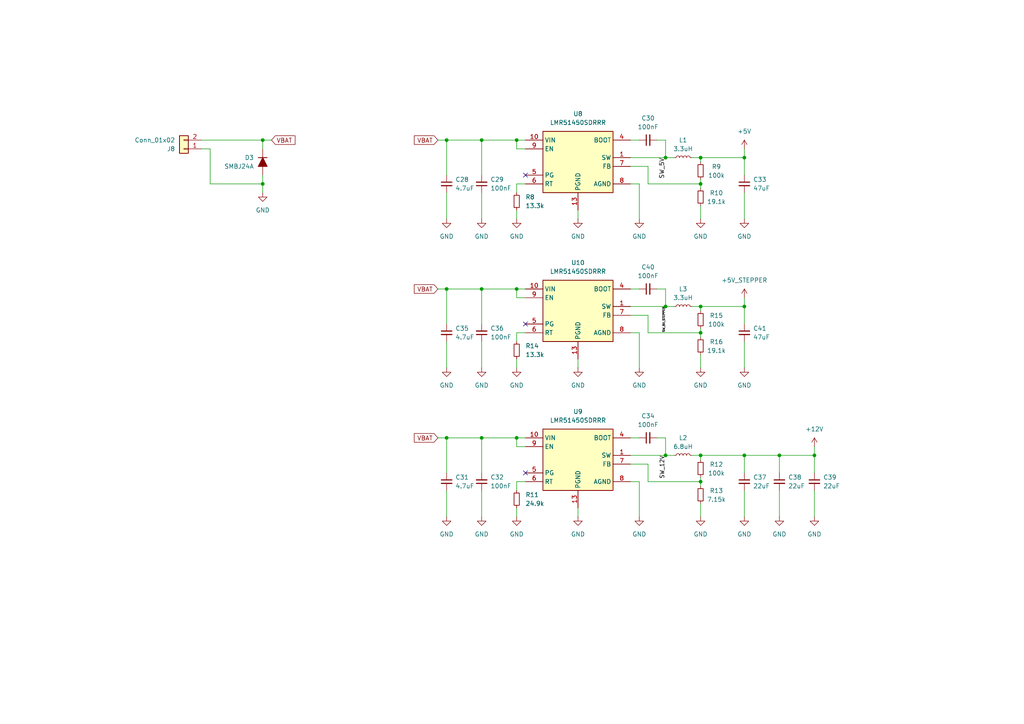
<source format=kicad_sch>
(kicad_sch (version 20250114) (generator "eeschema") (generator_version "9.0")
  (paper "A4")
  (lib_symbols
    (symbol "Connector_Generic:Conn_01x02" (pin_names (offset 1.016) (hide yes))
      (property "Reference" "J" (at 0 2.54 0))
      (property "Value" "Conn_01x02" (at 0 -5.08 0))
      (symbol "Conn_01x02_1_1"
        (rectangle (start -1.27 1.27) (end 1.27 -3.81) (stroke (width 0.254)) (fill (type background)))
        (rectangle (start -1.27 0.127) (end 0 -0.127) (stroke (width 0.1524)))
        (rectangle (start -1.27 -2.413) (end 0 -2.667) (stroke (width 0.1524)))
        (pin passive line (at -5.08 0 0) (length 3.81) (name "Pin_1") (number "1"))
        (pin passive line (at -5.08 -2.54 0) (length 3.81) (name "Pin_2") (number "2"))
      )
    )
    (symbol "Device:C_Small" (pin_numbers (hide yes)) (pin_names (offset 0.254) (hide yes))
      (property "Reference" "C" (at 0.254 1.778 0))
      (property "Value" "C_Small" (at 0.254 -2.032 0))
      (symbol "C_Small_0_1"
        (polyline (pts (xy -1.524 0.508) (xy 1.524 0.508)) (stroke (width 0.3048)))
        (polyline (pts (xy -1.524 -0.508) (xy 1.524 -0.508)) (stroke (width 0.3302)))
      )
      (symbol "C_Small_1_1"
        (pin passive line (at 0 2.54 270) (length 2.032) (name "~") (number "1"))
        (pin passive line (at 0 -2.54 90) (length 2.032) (name "~") (number "2"))
      )
    )
    (symbol "Device:D_Filled" (pin_numbers (hide yes)) (pin_names (offset 1.016) (hide yes))
      (property "Reference" "D" (at 0 2.54 0))
      (property "Value" "D_Filled" (at 0 -2.54 0))
      (symbol "D_Filled_0_1"
        (polyline (pts (xy -1.27 1.27) (xy -1.27 -1.27)) (stroke (width 0.254)))
        (polyline (pts (xy 1.27 1.27) (xy 1.27 -1.27) (xy -1.27 0) (xy 1.27 1.27)) (stroke (width 0.254)) (fill (type outline)))
        (polyline (pts (xy 1.27 0) (xy -1.27 0)))
      )
      (symbol "D_Filled_1_1"
        (pin passive line (at -3.81 0 0) (length 2.54) (name "K") (number "1"))
        (pin passive line (at 3.81 0 180) (length 2.54) (name "A") (number "2"))
      )
    )
    (symbol "Device:L_Small" (pin_numbers (hide yes)) (pin_names (offset 0.254) (hide yes))
      (property "Reference" "L" (at 0.762 1.016 0))
      (property "Value" "L_Small" (at 0.762 -1.016 0))
      (symbol "L_Small_0_1"
        (arc (start 0 2.032) (mid 0.5058 1.524) (end 0 1.016))
        (arc (start 0 1.016) (mid 0.5058 0.508) (end 0 0))
        (arc (start 0 0) (mid 0.5058 -0.508) (end 0 -1.016))
        (arc (start 0 -1.016) (mid 0.5058 -1.524) (end 0 -2.032))
      )
      (symbol "L_Small_1_1"
        (pin passive line (at 0 2.54 270) (length 0.508) (name "~") (number "1"))
        (pin passive line (at 0 -2.54 90) (length 0.508) (name "~") (number "2"))
      )
    )
    (symbol "Device:R_Small" (pin_numbers (hide yes)) (pin_names (offset 0.254) (hide yes))
      (property "Reference" "R" (at 0.762 0.508 0))
      (property "Value" "R_Small" (at 0.762 -1.016 0))
      (symbol "R_Small_0_1"
        (rectangle (start -0.762 1.778) (end 0.762 -1.778) (stroke (width 0.2032)))
      )
      (symbol "R_Small_1_1"
        (pin passive line (at 0 2.54 270) (length 0.762) (name "~") (number "1"))
        (pin passive line (at 0 -2.54 90) (length 0.762) (name "~") (number "2"))
      )
    )
    (symbol "LMR51450SDRRR:LMR51450SDRRR"
      (property "Reference" "U" (at 26.67 7.62 0))
      (property "Value" "LMR51450SDRRR" (at 26.67 5.08 0))
      (symbol "LMR51450SDRRR_1_1"
        (rectangle (start 5.08 2.54) (end 25.4 -15.24) (stroke (width 0.254)) (fill (type background)))
        (pin passive line (at 0 0 0) (length 5.08) (name "VIN") (number "10"))
        (pin passive line (at 0 0 0) (length 5.08) (hide yes) (name "VIN_2") (number "11"))
        (pin passive line (at 0 0 0) (length 5.08) (hide yes) (name "VIN_3") (number "12"))
        (pin passive line (at 0 -2.54 0) (length 5.08) (name "EN") (number "9"))
        (pin passive line (at 0 -10.16 0) (length 5.08) (name "PG") (number "5"))
        (pin passive line (at 0 -12.7 0) (length 5.08) (name "RT") (number "6"))
        (pin passive line (at 15.24 -20.32 90) (length 5.08) (name "PGND") (number "13"))
        (pin passive line (at 30.48 0 180) (length 5.08) (name "BOOT") (number "4"))
        (pin passive line (at 30.48 -5.08 180) (length 5.08) (name "SW") (number "1"))
        (pin passive line (at 30.48 -5.08 180) (length 5.08) (hide yes) (name "SW_2") (number "2"))
        (pin passive line (at 30.48 -5.08 180) (length 5.08) (hide yes) (name "SW_3") (number "3"))
        (pin passive line (at 30.48 -7.62 180) (length 5.08) (name "FB") (number "7"))
        (pin passive line (at 30.48 -12.7 180) (length 5.08) (name "AGND") (number "8"))
      )
    )
    (symbol "power:+12V" (power) (pin_numbers (hide yes)) (pin_names (offset 0) (hide yes))
      (property "Value" "+12V" (at 0 3.556 0))
      (symbol "+12V_0_1"
        (polyline (pts (xy -0.762 1.27) (xy 0 2.54)))
        (polyline (pts (xy 0 2.54) (xy 0.762 1.27)))
        (polyline (pts (xy 0 0) (xy 0 2.54)))
      )
      (symbol "+12V_1_1"
        (pin power_in line (at 0 0 90) (length 0) (name "~") (number "1"))
      )
    )
    (symbol "power:+5V" (power) (pin_numbers (hide yes)) (pin_names (offset 0) (hide yes))
      (property "Value" "+5V" (at 0 3.556 0))
      (symbol "+5V_0_1"
        (polyline (pts (xy -0.762 1.27) (xy 0 2.54)))
        (polyline (pts (xy 0 2.54) (xy 0.762 1.27)))
        (polyline (pts (xy 0 0) (xy 0 2.54)))
      )
      (symbol "+5V_1_1"
        (pin power_in line (at 0 0 90) (length 0) (name "~") (number "1"))
      )
    )
    (symbol "power:GND" (power) (pin_numbers (hide yes)) (pin_names (offset 0) (hide yes))
      (property "Value" "GND" (at 0 -3.81 0))
      (symbol "GND_0_1"
        (polyline (pts (xy 0 0) (xy 0 -1.27) (xy 1.27 -1.27) (xy 0 -2.54) (xy -1.27 -1.27) (xy 0 -1.27)))
      )
      (symbol "GND_1_1"
        (pin power_in line (at 0 0 270) (length 0) (name "~") (number "1"))
      )
    )
  )
  (junction (at 203.2 132.08))
  (junction (at 193.04 88.9))
  (junction (at 215.9 132.08))
  (junction (at 129.54 40.64))
  (junction (at 139.7 83.82))
  (junction (at 193.04 132.08))
  (junction (at 215.9 45.72))
  (junction (at 215.9 88.9))
  (junction (at 236.22 132.08))
  (junction (at 203.2 139.7))
  (junction (at 129.54 83.82))
  (junction (at 226.06 132.08))
  (junction (at 149.86 40.64))
  (junction (at 129.54 127))
  (junction (at 149.86 83.82))
  (junction (at 76.2 53.34))
  (junction (at 203.2 88.9))
  (junction (at 203.2 45.72))
  (junction (at 193.04 45.72))
  (junction (at 139.7 40.64))
  (junction (at 203.2 53.34))
  (junction (at 139.7 127))
  (junction (at 203.2 96.52))
  (junction (at 76.2 40.64))
  (junction (at 149.86 127))
  (no_connect (at 152.4 50.8))
  (no_connect (at 152.4 137.16))
  (no_connect (at 152.4 93.98))
  (wire (pts (xy 149.86 129.54) (xy 152.4 129.54)))
  (wire (pts (xy 139.7 40.64) (xy 139.7 50.8)))
  (wire (pts (xy 236.22 132.08) (xy 226.06 132.08)))
  (wire (pts (xy 149.86 147.32) (xy 149.86 149.86)))
  (wire (pts (xy 167.64 60.96) (xy 167.64 63.5)))
  (wire (pts (xy 182.88 88.9) (xy 193.04 88.9)))
  (wire (pts (xy 76.2 55.88) (xy 76.2 53.34)))
  (wire (pts (xy 193.04 40.64) (xy 190.5 40.64)))
  (wire (pts (xy 149.86 99.06) (xy 149.86 96.52)))
  (wire (pts (xy 203.2 59.69) (xy 203.2 63.5)))
  (wire (pts (xy 76.2 53.34) (xy 60.96 53.34)))
  (wire (pts (xy 182.88 134.62) (xy 187.96 134.62)))
  (wire (pts (xy 182.88 40.64) (xy 185.42 40.64)))
  (wire (pts (xy 76.2 40.64) (xy 58.42 40.64)))
  (wire (pts (xy 187.96 53.34) (xy 203.2 53.34)))
  (wire (pts (xy 226.06 132.08) (xy 215.9 132.08)))
  (wire (pts (xy 182.88 127) (xy 185.42 127)))
  (wire (pts (xy 215.9 43.18) (xy 215.9 45.72)))
  (wire (pts (xy 127 83.82) (xy 129.54 83.82)))
  (wire (pts (xy 139.7 83.82) (xy 149.86 83.82)))
  (wire (pts (xy 149.86 60.96) (xy 149.86 63.5)))
  (wire (pts (xy 193.04 132.08) (xy 195.58 132.08)))
  (wire (pts (xy 167.64 147.32) (xy 167.64 149.86)))
  (wire (pts (xy 187.96 96.52) (xy 203.2 96.52)))
  (wire (pts (xy 129.54 127) (xy 129.54 137.16)))
  (wire (pts (xy 215.9 132.08) (xy 215.9 137.16)))
  (wire (pts (xy 185.42 139.7) (xy 182.88 139.7)))
  (wire (pts (xy 139.7 127) (xy 139.7 137.16)))
  (wire (pts (xy 215.9 55.88) (xy 215.9 63.5)))
  (wire (pts (xy 215.9 45.72) (xy 215.9 50.8)))
  (wire (pts (xy 203.2 95.25) (xy 203.2 96.52)))
  (wire (pts (xy 215.9 142.24) (xy 215.9 149.86)))
  (wire (pts (xy 193.04 88.9) (xy 195.58 88.9)))
  (wire (pts (xy 187.96 96.52) (xy 187.96 91.44)))
  (wire (pts (xy 76.2 50.8) (xy 76.2 53.34)))
  (wire (pts (xy 187.96 139.7) (xy 203.2 139.7)))
  (wire (pts (xy 149.86 139.7) (xy 152.4 139.7)))
  (wire (pts (xy 185.42 106.68) (xy 185.42 96.52)))
  (wire (pts (xy 78.74 40.64) (xy 76.2 40.64)))
  (wire (pts (xy 203.2 132.08) (xy 215.9 132.08)))
  (wire (pts (xy 129.54 83.82) (xy 139.7 83.82)))
  (wire (pts (xy 129.54 40.64) (xy 129.54 50.8)))
  (wire (pts (xy 60.96 43.18) (xy 58.42 43.18)))
  (wire (pts (xy 185.42 149.86) (xy 185.42 139.7)))
  (wire (pts (xy 152.4 40.64) (xy 149.86 40.64)))
  (wire (pts (xy 236.22 132.08) (xy 236.22 137.16)))
  (wire (pts (xy 193.04 132.08) (xy 193.04 127)))
  (wire (pts (xy 236.22 132.08) (xy 236.22 129.54)))
  (wire (pts (xy 185.42 63.5) (xy 185.42 53.34)))
  (wire (pts (xy 129.54 127) (xy 139.7 127)))
  (wire (pts (xy 149.86 104.14) (xy 149.86 106.68)))
  (wire (pts (xy 127 127) (xy 129.54 127)))
  (wire (pts (xy 127 40.64) (xy 129.54 40.64)))
  (wire (pts (xy 203.2 45.72) (xy 200.66 45.72)))
  (wire (pts (xy 185.42 53.34) (xy 182.88 53.34)))
  (wire (pts (xy 203.2 132.08) (xy 200.66 132.08)))
  (wire (pts (xy 193.04 45.72) (xy 193.04 40.64)))
  (wire (pts (xy 203.2 52.07) (xy 203.2 53.34)))
  (wire (pts (xy 203.2 146.05) (xy 203.2 149.86)))
  (wire (pts (xy 149.86 96.52) (xy 152.4 96.52)))
  (wire (pts (xy 193.04 45.72) (xy 195.58 45.72)))
  (wire (pts (xy 193.04 83.82) (xy 190.5 83.82)))
  (wire (pts (xy 193.04 88.9) (xy 193.04 83.82)))
  (wire (pts (xy 149.86 86.36) (xy 152.4 86.36)))
  (wire (pts (xy 167.64 104.14) (xy 167.64 106.68)))
  (wire (pts (xy 236.22 142.24) (xy 236.22 149.86)))
  (wire (pts (xy 149.86 43.18) (xy 152.4 43.18)))
  (wire (pts (xy 203.2 90.17) (xy 203.2 88.9)))
  (wire (pts (xy 203.2 139.7) (xy 203.2 140.97)))
  (wire (pts (xy 139.7 127) (xy 149.86 127)))
  (wire (pts (xy 149.86 53.34) (xy 152.4 53.34)))
  (wire (pts (xy 226.06 132.08) (xy 226.06 137.16)))
  (wire (pts (xy 215.9 99.06) (xy 215.9 106.68)))
  (wire (pts (xy 203.2 45.72) (xy 215.9 45.72)))
  (wire (pts (xy 129.54 83.82) (xy 129.54 93.98)))
  (wire (pts (xy 129.54 142.24) (xy 129.54 149.86)))
  (wire (pts (xy 76.2 40.64) (xy 76.2 43.18)))
  (wire (pts (xy 203.2 133.35) (xy 203.2 132.08)))
  (wire (pts (xy 203.2 138.43) (xy 203.2 139.7)))
  (wire (pts (xy 139.7 55.88) (xy 139.7 63.5)))
  (wire (pts (xy 139.7 99.06) (xy 139.7 106.68)))
  (wire (pts (xy 149.86 83.82) (xy 149.86 86.36)))
  (wire (pts (xy 215.9 86.36) (xy 215.9 88.9)))
  (wire (pts (xy 129.54 55.88) (xy 129.54 63.5)))
  (wire (pts (xy 203.2 96.52) (xy 203.2 97.79)))
  (wire (pts (xy 182.88 91.44) (xy 187.96 91.44)))
  (wire (pts (xy 60.96 53.34) (xy 60.96 43.18)))
  (wire (pts (xy 187.96 53.34) (xy 187.96 48.26)))
  (wire (pts (xy 215.9 88.9) (xy 215.9 93.98)))
  (wire (pts (xy 226.06 142.24) (xy 226.06 149.86)))
  (wire (pts (xy 139.7 83.82) (xy 139.7 93.98)))
  (wire (pts (xy 149.86 55.88) (xy 149.86 53.34)))
  (wire (pts (xy 185.42 96.52) (xy 182.88 96.52)))
  (wire (pts (xy 149.86 142.24) (xy 149.86 139.7)))
  (wire (pts (xy 182.88 45.72) (xy 193.04 45.72)))
  (wire (pts (xy 139.7 142.24) (xy 139.7 149.86)))
  (wire (pts (xy 149.86 127) (xy 149.86 129.54)))
  (wire (pts (xy 203.2 88.9) (xy 215.9 88.9)))
  (wire (pts (xy 187.96 139.7) (xy 187.96 134.62)))
  (wire (pts (xy 149.86 40.64) (xy 149.86 43.18)))
  (wire (pts (xy 203.2 46.99) (xy 203.2 45.72)))
  (wire (pts (xy 152.4 127) (xy 149.86 127)))
  (wire (pts (xy 182.88 48.26) (xy 187.96 48.26)))
  (wire (pts (xy 152.4 83.82) (xy 149.86 83.82)))
  (wire (pts (xy 203.2 88.9) (xy 200.66 88.9)))
  (wire (pts (xy 203.2 102.87) (xy 203.2 106.68)))
  (wire (pts (xy 182.88 83.82) (xy 185.42 83.82)))
  (wire (pts (xy 129.54 99.06) (xy 129.54 106.68)))
  (wire (pts (xy 129.54 40.64) (xy 139.7 40.64)))
  (wire (pts (xy 182.88 132.08) (xy 193.04 132.08)))
  (wire (pts (xy 193.04 127) (xy 190.5 127)))
  (wire (pts (xy 203.2 53.34) (xy 203.2 54.61)))
  (wire (pts (xy 139.7 40.64) (xy 149.86 40.64)))
  (label "SW_12V" (at 193.04 132.08 270) (effects (font (size 1.1684 1.1684))))
  (label "SW_5V_STEPPER" (at 193.04 88.9 270) (effects (font (size 0.6096 0.6096))))
  (label "SW_5V" (at 193.04 45.72 270))
  (global_label "VBAT" (shape input) (at 127 40.64 180) (property "Intersheetrefs" "${INTERSHEET_REFS}" (effects (hide yes))))
  (global_label "VBAT" (shape input) (at 127 127 180) (property "Intersheetrefs" "${INTERSHEET_REFS}" (effects (hide yes))))
  (global_label "VBAT" (shape input) (at 127 83.82 180) (property "Intersheetrefs" "${INTERSHEET_REFS}" (effects (hide yes))))
  (global_label "VBAT" (shape input) (at 78.74 40.64 0) (property "Intersheetrefs" "${INTERSHEET_REFS}" (effects (hide yes))))
  (symbol (lib_id "power:GND") (at 185.42 149.86 0) (unit 1)
    (property "Reference" "#PWR071" (effects (hide yes)))
    (property "Value" "GND" (at 185.42 154.94 0))
    (property "Description" "Power symbol creates a global label with name \"GND\" , ground" (effects (hide yes)))
  )
  (symbol (lib_id "power:GND") (at 139.7 63.5 0) (unit 1)
    (property "Reference" "#PWR060" (effects (hide yes)))
    (property "Value" "GND" (at 139.7 68.58 0))
    (property "Description" "Power symbol creates a global label with name \"GND\" , ground" (effects (hide yes)))
  )
  (symbol (lib_id "power:GND") (at 215.9 63.5 0) (unit 1)
    (property "Reference" "#PWR068" (effects (hide yes)))
    (property "Value" "GND" (at 215.9 68.58 0))
    (property "Description" "Power symbol creates a global label with name \"GND\" , ground" (effects (hide yes)))
  )
  (symbol (lib_id "power:GND") (at 215.9 106.68 0) (unit 1)
    (property "Reference" "#PWR084" (effects (hide yes)))
    (property "Value" "GND" (at 215.9 111.76 0))
    (property "Description" "Power symbol creates a global label with name \"GND\" , ground" (effects (hide yes)))
  )
  (symbol (lib_id "Device:C_Small") (at 139.7 139.7 180) (unit 1)
    (property "Reference" "C32" (at 142.24 138.4235 0) (effects (justify right)))
    (property "Value" "100nF" (at 142.24 140.9635 0) (effects (justify right)))
    (property "Footprint" "Capacitor_SMD:C_0402_1005Metric" (effects (hide yes)))
    (property "Description" "Unpolarized capacitor, small symbol" (effects (hide yes)))
    (property "LCSC" "C307331" (effects (hide yes)))
    (property "Voltage" "50V" (effects (hide yes)))
  )
  (symbol (lib_id "power:GND") (at 167.64 63.5 0) (unit 1)
    (property "Reference" "#PWR062" (effects (hide yes)))
    (property "Value" "GND" (at 167.64 68.58 0))
    (property "Description" "Power symbol creates a global label with name \"GND\" , ground" (effects (hide yes)))
  )
  (symbol (lib_id "power:GND") (at 149.86 63.5 0) (unit 1)
    (property "Reference" "#PWR061" (effects (hide yes)))
    (property "Value" "GND" (at 149.86 68.58 0))
    (property "Description" "Power symbol creates a global label with name \"GND\" , ground" (effects (hide yes)))
  )
  (symbol (lib_id "Device:C_Small") (at 187.96 40.64 90) (unit 1)
    (property "Reference" "C30" (at 187.9663 34.29 90))
    (property "Value" "100nF" (at 187.9663 36.83 90))
    (property "Footprint" "Capacitor_SMD:C_0402_1005Metric" (effects (hide yes)))
    (property "Description" "Unpolarized capacitor, small symbol" (effects (hide yes)))
    (property "LCSC" "C307331" (effects (hide yes)))
    (property "Voltage" "50V" (effects (hide yes)))
  )
  (symbol (lib_id "power:GND") (at 203.2 149.86 0) (unit 1)
    (property "Reference" "#PWR074" (effects (hide yes)))
    (property "Value" "GND" (at 203.2 154.94 0))
    (property "Description" "Power symbol creates a global label with name \"GND\" , ground" (effects (hide yes)))
  )
  (symbol (lib_id "power:GND") (at 139.7 106.68 0) (unit 1)
    (property "Reference" "#PWR073" (effects (hide yes)))
    (property "Value" "GND" (at 139.7 111.76 0))
    (property "Description" "Power symbol creates a global label with name \"GND\" , ground" (effects (hide yes)))
  )
  (symbol (lib_id "Device:R_Small") (at 149.86 101.6 0) (unit 1)
    (property "Reference" "R14" (at 152.4 100.3299 0) (effects (justify left)))
    (property "Value" "13.3k" (at 152.4 102.8699 0) (effects (justify left)))
    (property "Footprint" "Resistor_SMD:R_0402_1005Metric" (effects (hide yes)))
    (property "Description" "Resistor, small symbol" (effects (hide yes)))
    (property "LCSC" "C2974007" (effects (hide yes)))
  )
  (symbol (lib_id "power:GND") (at 236.22 149.86 0) (unit 1)
    (property "Reference" "#PWR080" (effects (hide yes)))
    (property "Value" "GND" (at 236.22 154.94 0))
    (property "Description" "Power symbol creates a global label with name \"GND\" , ground" (effects (hide yes)))
  )
  (symbol (lib_id "power:GND") (at 203.2 106.68 0) (unit 1)
    (property "Reference" "#PWR082" (effects (hide yes)))
    (property "Value" "GND" (at 203.2 111.76 0))
    (property "Description" "Power symbol creates a global label with name \"GND\" , ground" (effects (hide yes)))
  )
  (symbol (lib_id "Device:D_Filled") (at 76.2 46.99 90) (mirror x) (unit 1)
    (property "Reference" "D3" (at 73.66 45.7199 90) (effects (justify left)))
    (property "Value" "SMBJ24A" (at 73.66 48.2599 90) (effects (justify left)))
    (property "Footprint" "Diode_SMD:D_SMB" (effects (hide yes)))
    (property "Description" "Diode, filled shape" (effects (hide yes)))
    (property "Sim.Device" "D" (effects (hide yes)))
    (property "Sim.Pins" "1=K 2=A" (effects (hide yes)))
  )
  (symbol (lib_id "power:GND") (at 129.54 149.86 0) (unit 1)
    (property "Reference" "#PWR064" (effects (hide yes)))
    (property "Value" "GND" (at 129.54 154.94 0))
    (property "Description" "Power symbol creates a global label with name \"GND\" , ground" (effects (hide yes)))
  )
  (symbol (lib_id "Device:C_Small") (at 139.7 53.34 180) (unit 1)
    (property "Reference" "C29" (at 142.24 52.0635 0) (effects (justify right)))
    (property "Value" "100nF" (at 142.24 54.6035 0) (effects (justify right)))
    (property "Footprint" "Capacitor_SMD:C_0402_1005Metric" (effects (hide yes)))
    (property "Description" "Unpolarized capacitor, small symbol" (effects (hide yes)))
    (property "LCSC" "C307331" (effects (hide yes)))
    (property "Voltage" "50V" (effects (hide yes)))
  )
  (symbol (lib_id "Device:L_Small") (at 198.12 88.9 90) (unit 1)
    (property "Reference" "L3" (at 198.12 83.82 90))
    (property "Value" "3.3uH" (at 198.12 86.36 90))
    (property "Footprint" "Inductor_SMD:L_Chilisin_BMRx00060630" (effects (hide yes)))
    (property "Description" "Inductor, small symbol" (effects (hide yes)))
    (property "LCSC" "C2838324" (effects (hide yes)))
  )
  (symbol (lib_id "Device:L_Small") (at 198.12 45.72 90) (unit 1)
    (property "Reference" "L1" (at 198.12 40.64 90))
    (property "Value" "3.3uH" (at 198.12 43.18 90))
    (property "Footprint" "Inductor_SMD:L_Chilisin_BMRx00060630" (effects (hide yes)))
    (property "Description" "Inductor, small symbol" (effects (hide yes)))
    (property "LCSC" "C2838324" (effects (hide yes)))
  )
  (symbol (lib_id "power:GND") (at 203.2 63.5 0) (unit 1)
    (property "Reference" "#PWR065" (effects (hide yes)))
    (property "Value" "GND" (at 203.2 68.58 0))
    (property "Description" "Power symbol creates a global label with name \"GND\" , ground" (effects (hide yes)))
  )
  (symbol (lib_id "Device:C_Small") (at 187.96 83.82 90) (unit 1)
    (property "Reference" "C40" (at 187.9663 77.47 90))
    (property "Value" "100nF" (at 187.9663 80.01 90))
    (property "Footprint" "Capacitor_SMD:C_0402_1005Metric" (effects (hide yes)))
    (property "Description" "Unpolarized capacitor, small symbol" (effects (hide yes)))
    (property "LCSC" "C307331" (effects (hide yes)))
    (property "Voltage" "50V" (effects (hide yes)))
  )
  (symbol (lib_id "LMR51450SDRRR:LMR51450SDRRR") (at 152.4 40.64 0) (unit 1)
    (property "Reference" "U8" (at 167.64 33.02 0))
    (property "Value" "LMR51450SDRRR" (at 167.64 35.56 0))
    (property "Footprint" "footprints:LMR51450SDRRR" (effects (hide yes)))
    (property "Datasheet" "https://www.ti.com/lit/ds/symlink/lmr51450.pdf?ts=1695888951673&ref_url=https%253A%252F%252Fwww.ti.com%252Fproduct%252FLMR51450%252Fpart-details%252FLMR51450SDRRR" (effects (hide yes)))
    (property "Description" "Switching Voltage Regulators 36-V, 5-A synchronous buck converter" (effects (hide yes)))
    (property "Height" "0.8" (effects (hide yes)))
    (property "Manufacturer_Name" "Texas Instruments" (effects (hide yes)))
    (property "Manufacturer_Part_Number" "LMR51450SDRRR" (effects (hide yes)))
    (property "Mouser Part Number" "595-LMR51450SDRRR" (effects (hide yes)))
    (property "Mouser Price/Stock" "https://www.mouser.co.uk/ProductDetail/Texas-Instruments/LMR51450SDRRR?qs=rQFj71Wb1eUvKinsjoLiUA%3D%3D" (effects (hide yes)))
    (property "Arrow Part Number" "LMR51450SDRRR" (effects (hide yes)))
    (property "Arrow Price/Stock" "https://www.arrow.com/en/products/lmr51450sdrrr/texas-instruments?utm_currency=USD&region=nac" (effects (hide yes)))
    (property "LCSC" "C6890985" (effects (hide yes)))
  )
  (symbol (lib_id "Device:R_Small") (at 203.2 135.89 180) (unit 1)
    (property "Reference" "R12" (at 207.7921 134.7085 0))
    (property "Value" "100k" (at 207.7921 137.2485 0))
    (property "Footprint" "Resistor_SMD:R_0402_1005Metric" (effects (hide yes)))
    (property "Description" "Resistor, small symbol" (effects (hide yes)))
    (property "LCSC" "C25741" (effects (hide yes)))
  )
  (symbol (lib_id "power:GND") (at 167.64 149.86 0) (unit 1)
    (property "Reference" "#PWR070" (effects (hide yes)))
    (property "Value" "GND" (at 167.64 154.94 0))
    (property "Description" "Power symbol creates a global label with name \"GND\" , ground" (effects (hide yes)))
  )
  (symbol (lib_id "Device:C_Small") (at 129.54 139.7 0) (unit 1)
    (property "Reference" "C31" (at 132.08 138.4362 0) (effects (justify left)))
    (property "Value" "4.7uF" (at 132.08 140.9762 0) (effects (justify left)))
    (property "Footprint" "Capacitor_SMD:C_1206_3216Metric" (effects (hide yes)))
    (property "Description" "Unpolarized capacitor, small symbol" (effects (hide yes)))
    (property "LCSC" "C29823" (effects (hide yes)))
  )
  (symbol (lib_id "power:GND") (at 129.54 106.68 0) (unit 1)
    (property "Reference" "#PWR072" (effects (hide yes)))
    (property "Value" "GND" (at 129.54 111.76 0))
    (property "Description" "Power symbol creates a global label with name \"GND\" , ground" (effects (hide yes)))
  )
  (symbol (lib_id "Device:C_Small") (at 187.96 127 90) (unit 1)
    (property "Reference" "C34" (at 187.9663 120.65 90))
    (property "Value" "100nF" (at 187.9663 123.19 90))
    (property "Footprint" "Capacitor_SMD:C_0402_1005Metric" (effects (hide yes)))
    (property "Description" "Unpolarized capacitor, small symbol" (effects (hide yes)))
    (property "LCSC" "C307331" (effects (hide yes)))
    (property "Voltage" "50V" (effects (hide yes)))
  )
  (symbol (lib_id "Device:C_Small") (at 139.7 96.52 180) (unit 1)
    (property "Reference" "C36" (at 142.24 95.2435 0) (effects (justify right)))
    (property "Value" "100nF" (at 142.24 97.7835 0) (effects (justify right)))
    (property "Footprint" "Capacitor_SMD:C_0402_1005Metric" (effects (hide yes)))
    (property "Description" "Unpolarized capacitor, small symbol" (effects (hide yes)))
    (property "LCSC" "C307331" (effects (hide yes)))
    (property "Voltage" "50V" (effects (hide yes)))
  )
  (symbol (lib_id "Device:C_Small") (at 236.22 139.7 0) (unit 1)
    (property "Reference" "C39" (at 238.76 138.4362 0) (effects (justify left)))
    (property "Value" "22uF" (at 238.76 140.9762 0) (effects (justify left)))
    (property "Footprint" "Capacitor_SMD:C_1206_3216Metric" (effects (hide yes)))
    (property "Description" "Unpolarized capacitor, small symbol" (effects (hide yes)))
    (property "LCSC" "C12891" (effects (hide yes)))
  )
  (symbol (lib_id "Device:R_Small") (at 203.2 49.53 180) (unit 1)
    (property "Reference" "R9" (at 207.7921 48.3485 0))
    (property "Value" "100k" (at 207.7921 50.8885 0))
    (property "Footprint" "Resistor_SMD:R_0402_1005Metric" (effects (hide yes)))
    (property "Description" "Resistor, small symbol" (effects (hide yes)))
    (property "LCSC" "C25741" (effects (hide yes)))
  )
  (symbol (lib_id "Device:R_Small") (at 149.86 58.42 0) (unit 1)
    (property "Reference" "R8" (at 152.4 57.1499 0) (effects (justify left)))
    (property "Value" "13.3k" (at 152.4 59.6899 0) (effects (justify left)))
    (property "Footprint" "Resistor_SMD:R_0402_1005Metric" (effects (hide yes)))
    (property "Description" "Resistor, small symbol" (effects (hide yes)))
    (property "LCSC" "C2974007" (effects (hide yes)))
  )
  (symbol (lib_id "power:GND") (at 215.9 149.86 0) (unit 1)
    (property "Reference" "#PWR076" (effects (hide yes)))
    (property "Value" "GND" (at 215.9 154.94 0))
    (property "Description" "Power symbol creates a global label with name \"GND\" , ground" (effects (hide yes)))
  )
  (symbol (lib_id "Device:C_Small") (at 215.9 53.34 0) (unit 1)
    (property "Reference" "C33" (at 218.44 52.0762 0) (effects (justify left)))
    (property "Value" "47uF" (at 218.44 54.6162 0) (effects (justify left)))
    (property "Footprint" "Capacitor_SMD:C_1210_3225Metric" (effects (hide yes)))
    (property "Description" "Unpolarized capacitor, small symbol" (effects (hide yes)))
    (property "LCSC" "C5440143" (effects (hide yes)))
  )
  (symbol (lib_id "Device:R_Small") (at 203.2 57.15 180) (unit 1)
    (property "Reference" "R10" (at 207.7921 55.9685 0))
    (property "Value" "19.1k" (at 207.7921 58.5085 0))
    (property "Footprint" "Resistor_SMD:R_0402_1005Metric" (effects (hide yes)))
    (property "Description" "Resistor, small symbol" (effects (hide yes)))
    (property "LCSC" "C52036" (effects (hide yes)))
  )
  (symbol (lib_id "Connector_Generic:Conn_01x02") (at 53.34 43.18 180) (unit 1)
    (property "Reference" "J8" (at 50.8 43.1801 0) (effects (justify left)))
    (property "Value" "Conn_01x02" (at 50.8 40.6401 0) (effects (justify left)))
    (property "Footprint" "TerminalBlock_Phoenix:TerminalBlock_Phoenix_PT-1,5-2-5.0-H_1x02_P5.00mm_Horizontal" (effects (hide yes)))
    (property "Description" "Generic connector, single row, 01x02, script generated (kicad-library-utils/schlib/autogen/connector/)" (effects (hide yes)))
  )
  (symbol (lib_id "power:GND") (at 185.42 106.68 0) (unit 1)
    (property "Reference" "#PWR081" (effects (hide yes)))
    (property "Value" "GND" (at 185.42 111.76 0))
    (property "Description" "Power symbol creates a global label with name \"GND\" , ground" (effects (hide yes)))
  )
  (symbol (lib_id "Device:C_Small") (at 226.06 139.7 0) (unit 1)
    (property "Reference" "C38" (at 228.6 138.4362 0) (effects (justify left)))
    (property "Value" "22uF" (at 228.6 140.9762 0) (effects (justify left)))
    (property "Footprint" "Capacitor_SMD:C_1206_3216Metric" (effects (hide yes)))
    (property "Description" "Unpolarized capacitor, small symbol" (effects (hide yes)))
    (property "LCSC" "C12891" (effects (hide yes)))
  )
  (symbol (lib_id "power:+5V") (at 215.9 86.36 0) (unit 1)
    (property "Reference" "#PWR083" (effects (hide yes)))
    (property "Value" "+5V_STEPPER" (at 215.9 81.28 0))
    (property "Description" "Power symbol creates a global label with name \"+5V\"" (effects (hide yes)))
  )
  (symbol (lib_id "Device:R_Small") (at 203.2 100.33 180) (unit 1)
    (property "Reference" "R16" (at 207.7921 99.1485 0))
    (property "Value" "19.1k" (at 207.7921 101.6885 0))
    (property "Footprint" "Resistor_SMD:R_0402_1005Metric" (effects (hide yes)))
    (property "Description" "Resistor, small symbol" (effects (hide yes)))
    (property "LCSC" "C52036" (effects (hide yes)))
  )
  (symbol (lib_id "power:GND") (at 76.2 55.88 0) (mirror y) (unit 1)
    (property "Reference" "#PWR059" (effects (hide yes)))
    (property "Value" "GND" (at 76.2 60.96 0))
    (property "Description" "Power symbol creates a global label with name \"GND\" , ground" (effects (hide yes)))
  )
  (symbol (lib_id "Device:R_Small") (at 203.2 92.71 180) (unit 1)
    (property "Reference" "R15" (at 207.7921 91.5285 0))
    (property "Value" "100k" (at 207.7921 94.0685 0))
    (property "Footprint" "Resistor_SMD:R_0402_1005Metric" (effects (hide yes)))
    (property "Description" "Resistor, small symbol" (effects (hide yes)))
    (property "LCSC" "C25741" (effects (hide yes)))
  )
  (symbol (lib_id "power:GND") (at 149.86 149.86 0) (unit 1)
    (property "Reference" "#PWR069" (effects (hide yes)))
    (property "Value" "GND" (at 149.86 154.94 0))
    (property "Description" "Power symbol creates a global label with name \"GND\" , ground" (effects (hide yes)))
  )
  (symbol (lib_id "Device:C_Small") (at 215.9 139.7 0) (unit 1)
    (property "Reference" "C37" (at 218.44 138.4362 0) (effects (justify left)))
    (property "Value" "22uF" (at 218.44 140.9762 0) (effects (justify left)))
    (property "Footprint" "Capacitor_SMD:C_1206_3216Metric" (effects (hide yes)))
    (property "Description" "Unpolarized capacitor, small symbol" (effects (hide yes)))
    (property "LCSC" "C12891" (effects (hide yes)))
  )
  (symbol (lib_id "power:GND") (at 185.42 63.5 0) (unit 1)
    (property "Reference" "#PWR063" (effects (hide yes)))
    (property "Value" "GND" (at 185.42 68.58 0))
    (property "Description" "Power symbol creates a global label with name \"GND\" , ground" (effects (hide yes)))
  )
  (symbol (lib_id "Device:R_Small") (at 203.2 143.51 180) (unit 1)
    (property "Reference" "R13" (at 207.7921 142.3285 0))
    (property "Value" "7.15k" (at 207.7921 144.8685 0))
    (property "Footprint" "Resistor_SMD:R_0402_1005Metric" (effects (hide yes)))
    (property "Description" "Resistor, small symbol" (effects (hide yes)))
    (property "LCSC" "C270586" (effects (hide yes)))
  )
  (symbol (lib_id "Device:C_Small") (at 129.54 53.34 0) (unit 1)
    (property "Reference" "C28" (at 132.08 52.0762 0) (effects (justify left)))
    (property "Value" "4.7uF" (at 132.08 54.6162 0) (effects (justify left)))
    (property "Footprint" "Capacitor_SMD:C_1206_3216Metric" (effects (hide yes)))
    (property "Description" "Unpolarized capacitor, small symbol" (effects (hide yes)))
    (property "LCSC" "C29823" (effects (hide yes)))
  )
  (symbol (lib_id "power:GND") (at 139.7 149.86 0) (unit 1)
    (property "Reference" "#PWR066" (effects (hide yes)))
    (property "Value" "GND" (at 139.7 154.94 0))
    (property "Description" "Power symbol creates a global label with name \"GND\" , ground" (effects (hide yes)))
  )
  (symbol (lib_id "LMR51450SDRRR:LMR51450SDRRR") (at 152.4 83.82 0) (unit 1)
    (property "Reference" "U10" (at 167.64 76.2 0))
    (property "Value" "LMR51450SDRRR" (at 167.64 78.74 0))
    (property "Footprint" "footprints:LMR51450SDRRR" (effects (hide yes)))
    (property "Datasheet" "https://www.ti.com/lit/ds/symlink/lmr51450.pdf?ts=1695888951673&ref_url=https%253A%252F%252Fwww.ti.com%252Fproduct%252FLMR51450%252Fpart-details%252FLMR51450SDRRR" (effects (hide yes)))
    (property "Description" "Switching Voltage Regulators 36-V, 5-A synchronous buck converter" (effects (hide yes)))
    (property "Height" "0.8" (effects (hide yes)))
    (property "Manufacturer_Name" "Texas Instruments" (effects (hide yes)))
    (property "Manufacturer_Part_Number" "LMR51450SDRRR" (effects (hide yes)))
    (property "Mouser Part Number" "595-LMR51450SDRRR" (effects (hide yes)))
    (property "Mouser Price/Stock" "https://www.mouser.co.uk/ProductDetail/Texas-Instruments/LMR51450SDRRR?qs=rQFj71Wb1eUvKinsjoLiUA%3D%3D" (effects (hide yes)))
    (property "Arrow Part Number" "LMR51450SDRRR" (effects (hide yes)))
    (property "Arrow Price/Stock" "https://www.arrow.com/en/products/lmr51450sdrrr/texas-instruments?utm_currency=USD&region=nac" (effects (hide yes)))
    (property "LCSC" "C6890985" (effects (hide yes)))
  )
  (symbol (lib_id "power:+12V") (at 236.22 129.54 0) (unit 1)
    (property "Reference" "#PWR079" (effects (hide yes)))
    (property "Value" "+12V" (at 236.22 124.46 0))
    (property "Description" "Power symbol creates a global label with name \"+12V\"" (effects (hide yes)))
  )
  (symbol (lib_id "power:+5V") (at 215.9 43.18 0) (unit 1)
    (property "Reference" "#PWR067" (effects (hide yes)))
    (property "Value" "+5V" (at 215.9 38.1 0))
    (property "Description" "Power symbol creates a global label with name \"+5V\"" (effects (hide yes)))
  )
  (symbol (lib_id "Device:C_Small") (at 129.54 96.52 0) (unit 1)
    (property "Reference" "C35" (at 132.08 95.2562 0) (effects (justify left)))
    (property "Value" "4.7uF" (at 132.08 97.7962 0) (effects (justify left)))
    (property "Footprint" "Capacitor_SMD:C_1206_3216Metric" (effects (hide yes)))
    (property "Description" "Unpolarized capacitor, small symbol" (effects (hide yes)))
    (property "LCSC" "C29823" (effects (hide yes)))
  )
  (symbol (lib_id "power:GND") (at 226.06 149.86 0) (unit 1)
    (property "Reference" "#PWR077" (effects (hide yes)))
    (property "Value" "GND" (at 226.06 154.94 0))
    (property "Description" "Power symbol creates a global label with name \"GND\" , ground" (effects (hide yes)))
  )
  (symbol (lib_id "power:GND") (at 167.64 106.68 0) (unit 1)
    (property "Reference" "#PWR078" (effects (hide yes)))
    (property "Value" "GND" (at 167.64 111.76 0))
    (property "Description" "Power symbol creates a global label with name \"GND\" , ground" (effects (hide yes)))
  )
  (symbol (lib_id "power:GND") (at 129.54 63.5 0) (unit 1)
    (property "Reference" "#PWR058" (effects (hide yes)))
    (property "Value" "GND" (at 129.54 68.58 0))
    (property "Description" "Power symbol creates a global label with name \"GND\" , ground" (effects (hide yes)))
  )
  (symbol (lib_id "power:GND") (at 149.86 106.68 0) (unit 1)
    (property "Reference" "#PWR075" (effects (hide yes)))
    (property "Value" "GND" (at 149.86 111.76 0))
    (property "Description" "Power symbol creates a global label with name \"GND\" , ground" (effects (hide yes)))
  )
  (symbol (lib_id "Device:C_Small") (at 215.9 96.52 0) (unit 1)
    (property "Reference" "C41" (at 218.44 95.2562 0) (effects (justify left)))
    (property "Value" "47uF" (at 218.44 97.7962 0) (effects (justify left)))
    (property "Footprint" "Capacitor_SMD:C_1210_3225Metric" (effects (hide yes)))
    (property "Description" "Unpolarized capacitor, small symbol" (effects (hide yes)))
    (property "LCSC" "C5440143" (effects (hide yes)))
  )
  (symbol (lib_id "LMR51450SDRRR:LMR51450SDRRR") (at 152.4 127 0) (unit 1)
    (property "Reference" "U9" (at 167.64 119.38 0))
    (property "Value" "LMR51450SDRRR" (at 167.64 121.92 0))
    (property "Footprint" "footprints:LMR51450SDRRR" (effects (hide yes)))
    (property "Datasheet" "https://www.ti.com/lit/ds/symlink/lmr51450.pdf?ts=1695888951673&ref_url=https%253A%252F%252Fwww.ti.com%252Fproduct%252FLMR51450%252Fpart-details%252FLMR51450SDRRR" (effects (hide yes)))
    (property "Description" "Switching Voltage Regulators 36-V, 5-A synchronous buck converter" (effects (hide yes)))
    (property "Height" "0.8" (effects (hide yes)))
    (property "Manufacturer_Name" "Texas Instruments" (effects (hide yes)))
    (property "Manufacturer_Part_Number" "LMR51450SDRRR" (effects (hide yes)))
    (property "Mouser Part Number" "595-LMR51450SDRRR" (effects (hide yes)))
    (property "Mouser Price/Stock" "https://www.mouser.co.uk/ProductDetail/Texas-Instruments/LMR51450SDRRR?qs=rQFj71Wb1eUvKinsjoLiUA%3D%3D" (effects (hide yes)))
    (property "Arrow Part Number" "LMR51450SDRRR" (effects (hide yes)))
    (property "Arrow Price/Stock" "https://www.arrow.com/en/products/lmr51450sdrrr/texas-instruments?utm_currency=USD&region=nac" (effects (hide yes)))
    (property "LCSC" "C6890985" (effects (hide yes)))
  )
  (symbol (lib_id "Device:L_Small") (at 198.12 132.08 90) (unit 1)
    (property "Reference" "L2" (at 198.12 127 90))
    (property "Value" "6.8uH" (at 198.12 129.54 90))
    (property "Footprint" "footprints:ZEMS0850" (effects (hide yes)))
    (property "Description" "Inductor, small symbol" (effects (hide yes)))
    (property "LCSC" "C2051933" (effects (hide yes)))
  )
  (symbol (lib_id "Device:R_Small") (at 149.86 144.78 0) (unit 1)
    (property "Reference" "R11" (at 152.4 143.5099 0) (effects (justify left)))
    (property "Value" "24.9k" (at 152.4 146.0499 0) (effects (justify left)))
    (property "Footprint" "Resistor_SMD:R_0402_1005Metric" (effects (hide yes)))
    (property "Description" "Resistor, small symbol" (effects (hide yes)))
    (property "LCSC" "C2998048" (effects (hide yes)))
  )
)
</source>
